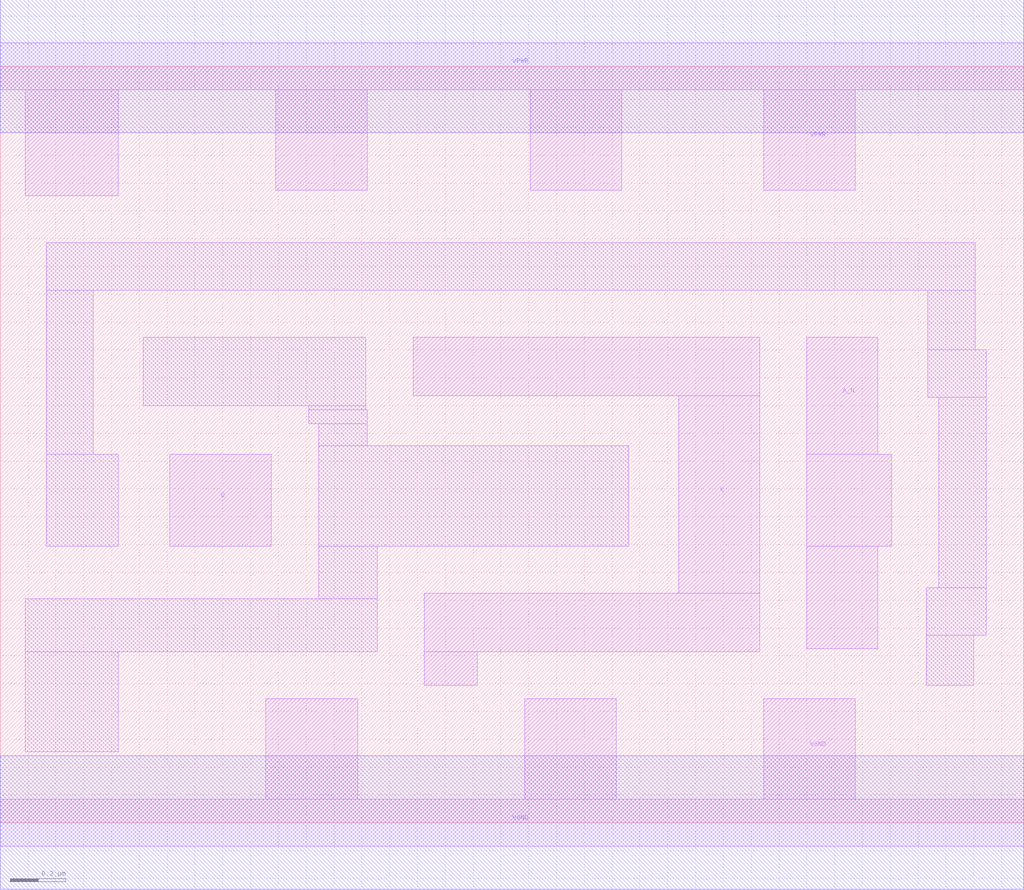
<source format=lef>
# Copyright 2020 The SkyWater PDK Authors
#
# Licensed under the Apache License, Version 2.0 (the "License");
# you may not use this file except in compliance with the License.
# You may obtain a copy of the License at
#
#     https://www.apache.org/licenses/LICENSE-2.0
#
# Unless required by applicable law or agreed to in writing, software
# distributed under the License is distributed on an "AS IS" BASIS,
# WITHOUT WARRANTIES OR CONDITIONS OF ANY KIND, either express or implied.
# See the License for the specific language governing permissions and
# limitations under the License.
#
# SPDX-License-Identifier: Apache-2.0

VERSION 5.5 ;
NAMESCASESENSITIVE ON ;
BUSBITCHARS "[]" ;
DIVIDERCHAR "/" ;
MACRO sky130_fd_sc_hd__and2b_4
  CLASS CORE ;
  SOURCE USER ;
  ORIGIN  0.000000  0.000000 ;
  SIZE  3.680000 BY  2.720000 ;
  SYMMETRY X Y R90 ;
  SITE unithd ;
  PIN A_N
    ANTENNAGATEAREA  0.126000 ;
    DIRECTION INPUT ;
    USE SIGNAL ;
    PORT
      LAYER li1 ;
        RECT 2.900000 0.625000 3.155000 0.995000 ;
        RECT 2.900000 0.995000 3.205000 1.325000 ;
        RECT 2.900000 1.325000 3.155000 1.745000 ;
    END
  END A_N
  PIN B
    ANTENNAGATEAREA  0.247500 ;
    DIRECTION INPUT ;
    USE SIGNAL ;
    PORT
      LAYER li1 ;
        RECT 0.610000 0.995000 0.975000 1.325000 ;
    END
  END B
  PIN X
    ANTENNADIFFAREA  0.934000 ;
    DIRECTION OUTPUT ;
    USE SIGNAL ;
    PORT
      LAYER li1 ;
        RECT 1.485000 1.535000 2.730000 1.745000 ;
        RECT 1.525000 0.495000 1.715000 0.615000 ;
        RECT 1.525000 0.615000 2.730000 0.825000 ;
        RECT 2.440000 0.825000 2.730000 1.535000 ;
    END
  END X
  PIN VGND
    DIRECTION INOUT ;
    SHAPE ABUTMENT ;
    USE GROUND ;
    PORT
      LAYER li1 ;
        RECT 0.000000 -0.085000 3.680000 0.085000 ;
        RECT 0.955000  0.085000 1.285000 0.445000 ;
        RECT 1.885000  0.085000 2.215000 0.445000 ;
        RECT 2.745000  0.085000 3.075000 0.445000 ;
    END
    PORT
      LAYER met1 ;
        RECT 0.000000 -0.240000 3.680000 0.240000 ;
    END
  END VGND
  PIN VPWR
    DIRECTION INOUT ;
    SHAPE ABUTMENT ;
    USE POWER ;
    PORT
      LAYER li1 ;
        RECT 0.000000 2.635000 3.680000 2.805000 ;
        RECT 0.090000 2.255000 0.425000 2.635000 ;
        RECT 0.990000 2.275000 1.320000 2.635000 ;
        RECT 1.905000 2.275000 2.235000 2.635000 ;
        RECT 2.745000 2.275000 3.075000 2.635000 ;
    END
    PORT
      LAYER met1 ;
        RECT 0.000000 2.480000 3.680000 2.960000 ;
    END
  END VPWR
  OBS
    LAYER li1 ;
      RECT 0.090000 0.255000 0.425000 0.615000 ;
      RECT 0.090000 0.615000 1.355000 0.805000 ;
      RECT 0.165000 0.995000 0.425000 1.325000 ;
      RECT 0.165000 1.325000 0.335000 1.915000 ;
      RECT 0.165000 1.915000 3.505000 2.085000 ;
      RECT 0.515000 1.500000 1.315000 1.745000 ;
      RECT 1.110000 1.435000 1.320000 1.485000 ;
      RECT 1.110000 1.485000 1.315000 1.500000 ;
      RECT 1.145000 0.805000 1.355000 0.995000 ;
      RECT 1.145000 0.995000 2.260000 1.355000 ;
      RECT 1.145000 1.355000 1.320000 1.435000 ;
      RECT 3.330000 0.495000 3.500000 0.675000 ;
      RECT 3.330000 0.675000 3.545000 0.845000 ;
      RECT 3.335000 1.530000 3.545000 1.700000 ;
      RECT 3.335000 1.700000 3.505000 1.915000 ;
      RECT 3.375000 0.845000 3.545000 1.530000 ;
  END
END sky130_fd_sc_hd__and2b_4
END LIBRARY

</source>
